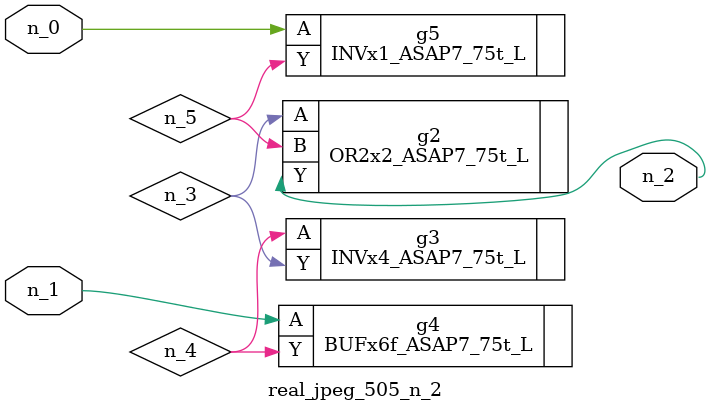
<source format=v>
module real_jpeg_505_n_2 (n_1, n_0, n_2);

input n_1;
input n_0;

output n_2;

wire n_5;
wire n_4;
wire n_3;

INVx1_ASAP7_75t_L g5 ( 
.A(n_0),
.Y(n_5)
);

BUFx6f_ASAP7_75t_L g4 ( 
.A(n_1),
.Y(n_4)
);

OR2x2_ASAP7_75t_L g2 ( 
.A(n_3),
.B(n_5),
.Y(n_2)
);

INVx4_ASAP7_75t_L g3 ( 
.A(n_4),
.Y(n_3)
);


endmodule
</source>
